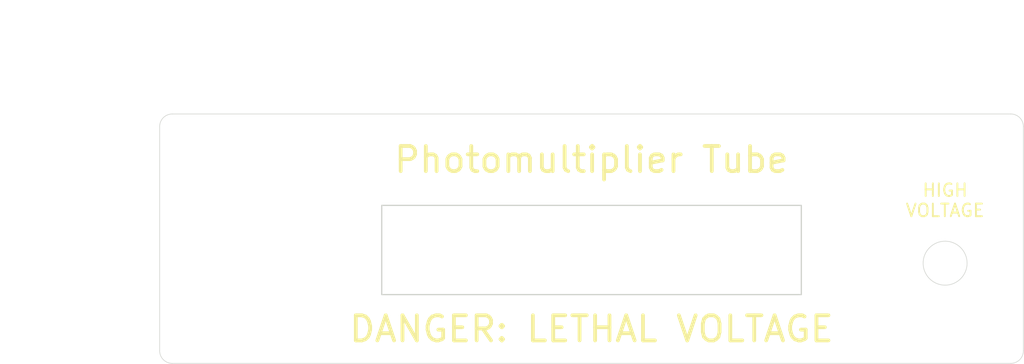
<source format=kicad_pcb>
(kicad_pcb
	(version 20240108)
	(generator "pcbnew")
	(generator_version "8.0")
	(general
		(thickness 1.6)
		(legacy_teardrops no)
	)
	(paper "A4")
	(layers
		(0 "F.Cu" signal)
		(31 "B.Cu" signal)
		(32 "B.Adhes" user "B.Adhesive")
		(33 "F.Adhes" user "F.Adhesive")
		(34 "B.Paste" user)
		(35 "F.Paste" user)
		(36 "B.SilkS" user "B.Silkscreen")
		(37 "F.SilkS" user "F.Silkscreen")
		(38 "B.Mask" user)
		(39 "F.Mask" user)
		(40 "Dwgs.User" user "User.Drawings")
		(41 "Cmts.User" user "User.Comments")
		(42 "Eco1.User" user "User.Eco1")
		(43 "Eco2.User" user "User.Eco2")
		(44 "Edge.Cuts" user)
		(45 "Margin" user)
		(46 "B.CrtYd" user "B.Courtyard")
		(47 "F.CrtYd" user "F.Courtyard")
		(48 "B.Fab" user)
		(49 "F.Fab" user)
		(50 "User.1" user)
		(51 "User.2" user)
		(52 "User.3" user)
		(53 "User.4" user)
		(54 "User.5" user)
		(55 "User.6" user)
		(56 "User.7" user)
		(57 "User.8" user)
		(58 "User.9" user)
	)
	(setup
		(stackup
			(layer "F.SilkS"
				(type "Top Silk Screen")
				(color "White")
			)
			(layer "F.Paste"
				(type "Top Solder Paste")
			)
			(layer "F.Mask"
				(type "Top Solder Mask")
				(color "Black")
				(thickness 0.01)
			)
			(layer "F.Cu"
				(type "copper")
				(thickness 0.035)
			)
			(layer "dielectric 1"
				(type "core")
				(color "FR4 natural")
				(thickness 1.51)
				(material "FR4")
				(epsilon_r 4.5)
				(loss_tangent 0.02)
			)
			(layer "B.Cu"
				(type "copper")
				(thickness 0.035)
			)
			(layer "B.Mask"
				(type "Bottom Solder Mask")
				(color "Black")
				(thickness 0.01)
			)
			(layer "B.Paste"
				(type "Bottom Solder Paste")
			)
			(layer "B.SilkS"
				(type "Bottom Silk Screen")
				(color "White")
			)
			(copper_finish "HAL lead-free")
			(dielectric_constraints no)
		)
		(pad_to_mask_clearance 0)
		(allow_soldermask_bridges_in_footprints no)
		(grid_origin 100 100)
		(pcbplotparams
			(layerselection 0x00010fc_ffffffff)
			(plot_on_all_layers_selection 0x0000000_00000000)
			(disableapertmacros no)
			(usegerberextensions no)
			(usegerberattributes yes)
			(usegerberadvancedattributes yes)
			(creategerberjobfile yes)
			(dashed_line_dash_ratio 12.000000)
			(dashed_line_gap_ratio 3.000000)
			(svgprecision 4)
			(plotframeref no)
			(viasonmask no)
			(mode 1)
			(useauxorigin no)
			(hpglpennumber 1)
			(hpglpenspeed 20)
			(hpglpendiameter 15.000000)
			(pdf_front_fp_property_popups yes)
			(pdf_back_fp_property_popups yes)
			(dxfpolygonmode yes)
			(dxfimperialunits yes)
			(dxfusepcbnewfont yes)
			(psnegative no)
			(psa4output no)
			(plotreference yes)
			(plotvalue yes)
			(plotfptext yes)
			(plotinvisibletext no)
			(sketchpadsonfab no)
			(subtractmaskfromsilk no)
			(outputformat 1)
			(mirror no)
			(drillshape 1)
			(scaleselection 1)
			(outputdirectory "")
		)
	)
	(net 0 "")
	(gr_line
		(start 100 97.35)
		(end 100 90.075)
		(stroke
			(width 0.05)
			(type default)
		)
		(layer "Dwgs.User")
		(uuid "42cad36d-802b-4472-85ff-1b8b8ec71823")
	)
	(gr_line
		(start 100 104.45)
		(end 100 109.925)
		(stroke
			(width 0.05)
			(type default)
		)
		(layer "Dwgs.User")
		(uuid "631cc544-b0d2-44c2-8faa-b25df6f18101")
	)
	(gr_rect
		(start 65.625 90.075)
		(end 134.375 109.925)
		(stroke
			(width 0.1)
			(type default)
		)
		(fill none)
		(layer "Dwgs.User")
		(uuid "9d8ffea2-1259-4c42-a8a8-2c5bc69e437f")
	)
	(gr_rect
		(start 83.8 97.85)
		(end 116.2 103.95)
		(locked yes)
		(stroke
			(width 0.1)
			(type default)
		)
		(fill none)
		(layer "Dwgs.User")
		(uuid "aa9d8fb5-1d63-4da4-ae61-c050ff1c036a")
	)
	(gr_arc
		(start 134.375 108.925)
		(mid 134.082107 109.632107)
		(end 133.375 109.925)
		(locked yes)
		(stroke
			(width 0.05)
			(type default)
		)
		(layer "Edge.Cuts")
		(uuid "022795d3-7cc8-47bd-afd7-9545e372a451")
	)
	(gr_line
		(start 66.625 90.075)
		(end 133.375 90.075)
		(locked yes)
		(stroke
			(width 0.05)
			(type default)
		)
		(layer "Edge.Cuts")
		(uuid "07231635-2167-4b83-9768-cae28e10932b")
	)
	(gr_arc
		(start 133.375 90.075)
		(mid 134.082107 90.367893)
		(end 134.375 91.075)
		(locked yes)
		(stroke
			(width 0.05)
			(type default)
		)
		(layer "Edge.Cuts")
		(uuid "4a70bc54-38bf-434b-a684-e2e13fd0ad69")
	)
	(gr_arc
		(start 65.625 91.075)
		(mid 65.917893 90.367893)
		(end 66.625 90.075)
		(locked yes)
		(stroke
			(width 0.05)
			(type default)
		)
		(layer "Edge.Cuts")
		(uuid "4effc8f2-723d-4c55-ae18-ed309d984c01")
	)
	(gr_line
		(start 133.375 109.925)
		(end 66.625 109.925)
		(locked yes)
		(stroke
			(width 0.05)
			(type default)
		)
		(layer "Edge.Cuts")
		(uuid "4f08f818-dc63-444f-837f-398a2e6183dc")
	)
	(gr_rect
		(start 83.3 97.35)
		(end 116.7 104.45)
		(stroke
			(width 0.1)
			(type default)
		)
		(fill none)
		(layer "Edge.Cuts")
		(uuid "59724c29-8efd-41d9-8d9e-adeaef8c4c42")
	)
	(gr_line
		(start 134.375 91.075)
		(end 134.375 108.925)
		(locked yes)
		(stroke
			(width 0.05)
			(type default)
		)
		(layer "Edge.Cuts")
		(uuid "82eeec3f-cdfb-47c0-9364-16133ea7d325")
	)
	(gr_circle
		(center 128.145 101.95)
		(end 129.895 101.95)
		(locked yes)
		(stroke
			(width 0.05)
			(type default)
		)
		(fill none)
		(layer "Edge.Cuts")
		(uuid "8705c6a9-fd8c-42d4-9cb5-1896a8552dae")
	)
	(gr_arc
		(start 66.625 109.925)
		(mid 65.917893 109.632107)
		(end 65.625 108.925)
		(locked yes)
		(stroke
			(width 0.05)
			(type default)
		)
		(layer "Edge.Cuts")
		(uuid "af03adf9-9da1-4192-a9eb-ced06cbacf44")
	)
	(gr_line
		(start 65.625 108.925)
		(end 65.625 91.075)
		(locked yes)
		(stroke
			(width 0.05)
			(type default)
		)
		(layer "Edge.Cuts")
		(uuid "e0e1153d-b0fe-4f87-9b08-72b4afda881d")
	)
	(gr_text "Photomultiplier Tube"
		(at 100 93.7125 0)
		(layer "F.SilkS")
		(uuid "41dd9be7-d89e-4a76-8c44-15009ad52cdf")
		(effects
			(font
				(size 2 2)
				(thickness 0.3)
			)
		)
	)
	(gr_text "DANGER: LETHAL VOLTAGE"
		(at 100 107.1875 0)
		(layer "F.SilkS")
		(uuid "691c7886-579f-4619-a7cb-7b575bb16483")
		(effects
			(font
				(size 2 2)
				(thickness 0.3)
			)
		)
	)
	(gr_text "HIGH\nVOLTAGE"
		(at 128.145 96.95 0)
		(layer "F.SilkS")
		(uuid "70557973-9460-4030-adf7-37234784d294")
		(effects
			(font
				(size 1 1)
				(thickness 0.15)
			)
		)
	)
	(dimension
		(type aligned)
		(layer "Dwgs.User")
		(uuid "009f621c-cb32-4d32-a786-fa106edc76c5")
		(pts
			(xy 134.375 91.075) (xy 65.625 91.075)
		)
		(height 8.074999)
		(gr_text "68.7500 mm"
			(at 100 81.850001 0)
			(layer "Dwgs.User")
			(uuid "009f621c-cb32-4d32-a786-fa106edc76c5")
			(effects
				(font
					(size 1 1)
					(thickness 0.15)
				)
			)
		)
		(format
			(prefix "")
			(suffix "")
			(units 3)
			(units_format 1)
			(precision 4)
		)
		(style
			(thickness 0.1)
			(arrow_length 1.27)
			(text_position_mode 0)
			(extension_height 0.58642)
			(extension_offset 0.5) keep_text_aligned)
	)
	(dimension
		(type aligned)
		(layer "Dwgs.User")
		(uuid "8e6e8820-22dd-42cf-94ec-33e83c30e6f2")
		(pts
			(xy 66.625 90.075) (xy 66.625 109.925)
		)
		(height 7.624999)
		(gr_text "19.8500 mm"
			(at 57.850001 100 90)
			(layer "Dwgs.User")
			(uuid "8e6e8820-22dd-42cf-94ec-33e83c30e6f2")
			(effects
				(font
					(size 1 1)
					(thickness 0.15)
				)
			)
		)
		(format
			(prefix "")
			(suffix "")
			(units 3)
			(units_format 1)
			(precision 4)
		)
		(style
			(thickness 0.1)
			(arrow_length 1.27)
			(text_position_mode 0)
			(extension_height 0.58642)
			(extension_offset 0.5) keep_text_aligned)
	)
)

</source>
